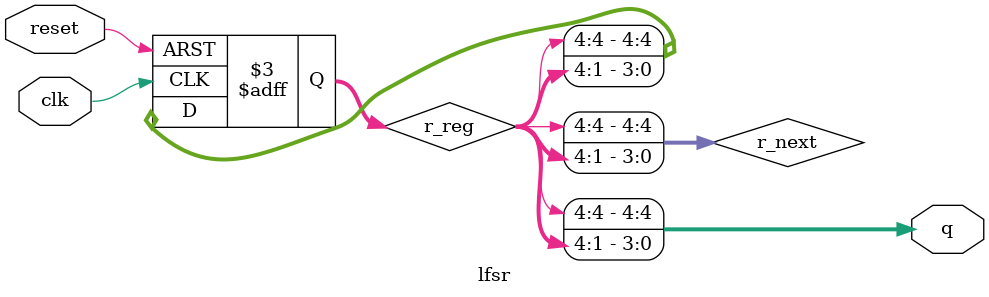
<source format=v>
module lfsr( 
    input clk,
    input reset,
    output [4:0] q
); 
reg [4:0] r_reg;
wire [4:0] r_next;
wire feedback_value;
// on reset set the value of r_reg to 1
// otherwise assign r_next to r_reg
// assign the xor of bit positions 2 and 4 of r_reg to feedback_value
// assign feedback value concatenated with 4 MSBs of r_reg to r_next
// assign r_reg to the output q
always @(posedge clk or posedge reset)
begin
if(reset)
	r_reg <= 5'b00001;
else
	r_reg <= r_next;
end
assign q = {r_reg[3],r_reg[4],r_reg[4:1]};
assign r_next = {r_reg[2],r_reg[4],r_reg[4:1]};
assign feedback_value = r_reg[2] ^ r_reg[4];
endmodule

</source>
